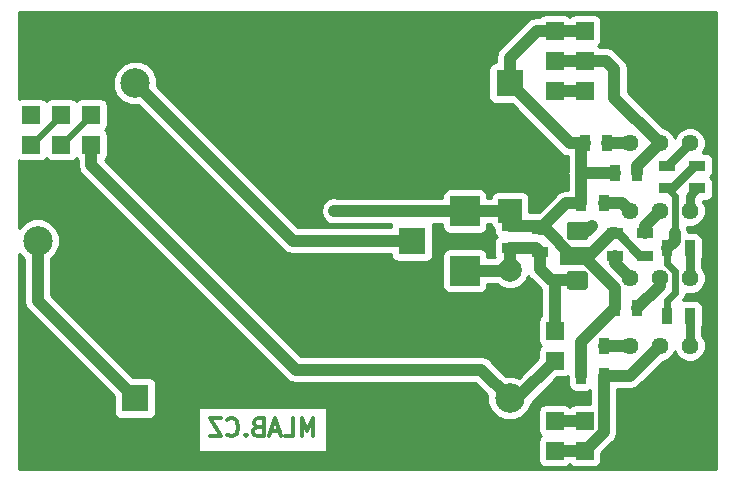
<source format=gbr>
G04 #@! TF.GenerationSoftware,KiCad,Pcbnew,6.0.0-rc1-unknown-f68581d~66~ubuntu16.04.1*
G04 #@! TF.CreationDate,2018-09-30T16:57:06+02:00*
G04 #@! TF.ProjectId,SIPMPOWER01A,5349504D504F5745523031412E6B6963,rev?*
G04 #@! TF.SameCoordinates,Original*
G04 #@! TF.FileFunction,Copper,L2,Bot,Signal*
G04 #@! TF.FilePolarity,Positive*
%FSLAX46Y46*%
G04 Gerber Fmt 4.6, Leading zero omitted, Abs format (unit mm)*
G04 Created by KiCad (PCBNEW 6.0.0-rc1-unknown-f68581d~66~ubuntu16.04.1) date Sun Sep 30 16:57:06 2018*
%MOMM*%
%LPD*%
G01*
G04 APERTURE LIST*
G04 #@! TA.AperFunction,NonConductor*
%ADD10C,0.300000*%
G04 #@! TD*
G04 #@! TA.AperFunction,ComponentPad*
%ADD11R,2.300000X2.300000*%
G04 #@! TD*
G04 #@! TA.AperFunction,ComponentPad*
%ADD12C,2.500000*%
G04 #@! TD*
G04 #@! TA.AperFunction,SMDPad,CuDef*
%ADD13R,1.400000X0.889000*%
G04 #@! TD*
G04 #@! TA.AperFunction,SMDPad,CuDef*
%ADD14R,1.400000X0.899000*%
G04 #@! TD*
G04 #@! TA.AperFunction,ComponentPad*
%ADD15R,2.000000X2.000000*%
G04 #@! TD*
G04 #@! TA.AperFunction,ComponentPad*
%ADD16C,2.000000*%
G04 #@! TD*
G04 #@! TA.AperFunction,SMDPad,CuDef*
%ADD17R,0.899000X1.400000*%
G04 #@! TD*
G04 #@! TA.AperFunction,SMDPad,CuDef*
%ADD18R,0.889000X1.400000*%
G04 #@! TD*
G04 #@! TA.AperFunction,ComponentPad*
%ADD19C,6.000000*%
G04 #@! TD*
G04 #@! TA.AperFunction,ComponentPad*
%ADD20C,1.440000*%
G04 #@! TD*
G04 #@! TA.AperFunction,SMDPad,CuDef*
%ADD21R,2.499360X2.550160*%
G04 #@! TD*
G04 #@! TA.AperFunction,ComponentPad*
%ADD22R,1.524000X1.524000*%
G04 #@! TD*
G04 #@! TA.AperFunction,SMDPad,CuDef*
%ADD23C,1.500000*%
G04 #@! TD*
G04 #@! TA.AperFunction,Conductor*
%ADD24C,0.100000*%
G04 #@! TD*
G04 #@! TA.AperFunction,SMDPad,CuDef*
%ADD25C,1.575000*%
G04 #@! TD*
G04 #@! TA.AperFunction,ViaPad*
%ADD26C,0.800000*%
G04 #@! TD*
G04 #@! TA.AperFunction,Conductor*
%ADD27C,1.000000*%
G04 #@! TD*
G04 #@! TA.AperFunction,Conductor*
%ADD28C,0.800000*%
G04 #@! TD*
G04 #@! TA.AperFunction,Conductor*
%ADD29C,0.600000*%
G04 #@! TD*
G04 #@! TA.AperFunction,Conductor*
%ADD30C,0.254000*%
G04 #@! TD*
G04 APERTURE END LIST*
D10*
X25911428Y3766428D02*
X25911428Y5266428D01*
X25411428Y4195000D01*
X24911428Y5266428D01*
X24911428Y3766428D01*
X23482857Y3766428D02*
X24197142Y3766428D01*
X24197142Y5266428D01*
X23054285Y4195000D02*
X22340000Y4195000D01*
X23197142Y3766428D02*
X22697142Y5266428D01*
X22197142Y3766428D01*
X21197142Y4552142D02*
X20982857Y4480714D01*
X20911428Y4409285D01*
X20840000Y4266428D01*
X20840000Y4052142D01*
X20911428Y3909285D01*
X20982857Y3837857D01*
X21125714Y3766428D01*
X21697142Y3766428D01*
X21697142Y5266428D01*
X21197142Y5266428D01*
X21054285Y5195000D01*
X20982857Y5123571D01*
X20911428Y4980714D01*
X20911428Y4837857D01*
X20982857Y4695000D01*
X21054285Y4623571D01*
X21197142Y4552142D01*
X21697142Y4552142D01*
X20197142Y3909285D02*
X20125714Y3837857D01*
X20197142Y3766428D01*
X20268571Y3837857D01*
X20197142Y3909285D01*
X20197142Y3766428D01*
X18625714Y3909285D02*
X18697142Y3837857D01*
X18911428Y3766428D01*
X19054285Y3766428D01*
X19268571Y3837857D01*
X19411428Y3980714D01*
X19482857Y4123571D01*
X19554285Y4409285D01*
X19554285Y4623571D01*
X19482857Y4909285D01*
X19411428Y5052142D01*
X19268571Y5195000D01*
X19054285Y5266428D01*
X18911428Y5266428D01*
X18697142Y5195000D01*
X18625714Y5123571D01*
X18125714Y5266428D02*
X17125714Y5266428D01*
X18125714Y3766428D01*
X17125714Y3766428D01*
D11*
G04 #@! TO.P,BT2,1*
G04 #@! TO.N,Net-(BT2-Pad1)*
X34265000Y20320000D03*
D12*
G04 #@! TO.P,BT2,2*
G04 #@! TO.N,Net-(BT1-Pad1)*
X2565000Y20320000D03*
G04 #@! TD*
G04 #@! TO.P,BT3,2*
G04 #@! TO.N,Net-(BT2-Pad1)*
X10820000Y33655000D03*
D11*
G04 #@! TO.P,BT3,1*
G04 #@! TO.N,/+*
X42520000Y33655000D03*
G04 #@! TD*
D13*
G04 #@! TO.P,C7,2*
G04 #@! TO.N,/+*
X53975000Y19050000D03*
D14*
G04 #@! TO.P,C7,1*
G04 #@! TO.N,/U2*
X53975000Y20955000D03*
G04 #@! TD*
D15*
G04 #@! TO.P,C2,1*
G04 #@! TO.N,/+*
X42545000Y22860000D03*
D16*
G04 #@! TO.P,C2,2*
G04 #@! TO.N,Net-(C1-Pad1)*
X42545000Y17860000D03*
G04 #@! TD*
D13*
G04 #@! TO.P,C5,2*
G04 #@! TO.N,/+*
X42545000Y21590000D03*
D14*
G04 #@! TO.P,C5,1*
G04 #@! TO.N,Net-(C1-Pad1)*
X42545000Y19685000D03*
G04 #@! TD*
D13*
G04 #@! TO.P,C4,2*
G04 #@! TO.N,/+*
X45085000Y21272500D03*
D14*
G04 #@! TO.P,C4,1*
G04 #@! TO.N,Net-(C1-Pad1)*
X45085000Y19367500D03*
G04 #@! TD*
D17*
G04 #@! TO.P,R2,1*
G04 #@! TO.N,Net-(R2-Pad1)*
X50800000Y28575000D03*
D18*
G04 #@! TO.P,R2,2*
G04 #@! TO.N,/+*
X48895000Y28575000D03*
G04 #@! TD*
D17*
G04 #@! TO.P,C6,1*
G04 #@! TO.N,/U1*
X53340000Y26035000D03*
D18*
G04 #@! TO.P,C6,2*
G04 #@! TO.N,/+*
X51435000Y26035000D03*
G04 #@! TD*
D12*
G04 #@! TO.P,BT1,2*
G04 #@! TO.N,/-*
X42520000Y6985000D03*
D11*
G04 #@! TO.P,BT1,1*
G04 #@! TO.N,Net-(BT1-Pad1)*
X10820000Y6985000D03*
G04 #@! TD*
D17*
G04 #@! TO.P,C8,1*
G04 #@! TO.N,/U3*
X53340000Y14605000D03*
D18*
G04 #@! TO.P,C8,2*
G04 #@! TO.N,/+*
X51435000Y14605000D03*
G04 #@! TD*
D17*
G04 #@! TO.P,C9,1*
G04 #@! TO.N,/U4*
X50482500Y8890000D03*
D18*
G04 #@! TO.P,C9,2*
G04 #@! TO.N,/+*
X48577500Y8890000D03*
G04 #@! TD*
D19*
G04 #@! TO.P,M1,1*
G04 #@! TO.N,GND*
X55880000Y35560000D03*
G04 #@! TD*
G04 #@! TO.P,M2,1*
G04 #@! TO.N,GND*
X5080000Y5080000D03*
G04 #@! TD*
G04 #@! TO.P,M3,1*
G04 #@! TO.N,GND*
X5080000Y35560000D03*
G04 #@! TD*
G04 #@! TO.P,M4,1*
G04 #@! TO.N,GND*
X55880000Y5080000D03*
G04 #@! TD*
D13*
G04 #@! TO.P,R1,2*
G04 #@! TO.N,Net-(R1-Pad2)*
X55880000Y26670000D03*
D14*
G04 #@! TO.P,R1,1*
G04 #@! TO.N,Net-(C1-Pad3)*
X55880000Y24765000D03*
G04 #@! TD*
D13*
G04 #@! TO.P,R3,2*
G04 #@! TO.N,Net-(R3-Pad2)*
X58420000Y24765000D03*
D14*
G04 #@! TO.P,R3,1*
G04 #@! TO.N,Net-(C1-Pad3)*
X58420000Y26670000D03*
G04 #@! TD*
D17*
G04 #@! TO.P,R4,1*
G04 #@! TO.N,Net-(R4-Pad1)*
X50482500Y23495000D03*
D18*
G04 #@! TO.P,R4,2*
G04 #@! TO.N,/+*
X48577500Y23495000D03*
G04 #@! TD*
G04 #@! TO.P,R5,2*
G04 #@! TO.N,Net-(R5-Pad2)*
X57785000Y19685000D03*
D17*
G04 #@! TO.P,R5,1*
G04 #@! TO.N,Net-(C1-Pad3)*
X55880000Y19685000D03*
G04 #@! TD*
D14*
G04 #@! TO.P,R6,1*
G04 #@! TO.N,Net-(R6-Pad1)*
X51435000Y19050000D03*
D13*
G04 #@! TO.P,R6,2*
G04 #@! TO.N,/+*
X51435000Y20955000D03*
G04 #@! TD*
D18*
G04 #@! TO.P,R7,2*
G04 #@! TO.N,Net-(R7-Pad2)*
X57785000Y13970000D03*
D17*
G04 #@! TO.P,R7,1*
G04 #@! TO.N,Net-(C1-Pad3)*
X55880000Y13970000D03*
G04 #@! TD*
G04 #@! TO.P,R8,1*
G04 #@! TO.N,Net-(R8-Pad1)*
X50482500Y11430000D03*
D18*
G04 #@! TO.P,R8,2*
G04 #@! TO.N,/+*
X48577500Y11430000D03*
G04 #@! TD*
D20*
G04 #@! TO.P,RV1,3*
G04 #@! TO.N,Net-(R2-Pad1)*
X52705000Y28575000D03*
G04 #@! TO.P,RV1,2*
G04 #@! TO.N,/U1*
X55245000Y28575000D03*
G04 #@! TO.P,RV1,1*
G04 #@! TO.N,Net-(R1-Pad2)*
X57785000Y28575000D03*
G04 #@! TD*
G04 #@! TO.P,RV2,3*
G04 #@! TO.N,Net-(R4-Pad1)*
X52705000Y22860000D03*
G04 #@! TO.P,RV2,2*
G04 #@! TO.N,/U2*
X55245000Y22860000D03*
G04 #@! TO.P,RV2,1*
G04 #@! TO.N,Net-(R3-Pad2)*
X57785000Y22860000D03*
G04 #@! TD*
G04 #@! TO.P,RV3,1*
G04 #@! TO.N,Net-(R5-Pad2)*
X57785000Y17145000D03*
G04 #@! TO.P,RV3,2*
G04 #@! TO.N,/U3*
X55245000Y17145000D03*
G04 #@! TO.P,RV3,3*
G04 #@! TO.N,Net-(R6-Pad1)*
X52705000Y17145000D03*
G04 #@! TD*
G04 #@! TO.P,RV4,1*
G04 #@! TO.N,Net-(R7-Pad2)*
X57785000Y11430000D03*
G04 #@! TO.P,RV4,2*
G04 #@! TO.N,/U4*
X55245000Y11430000D03*
G04 #@! TO.P,RV4,3*
G04 #@! TO.N,Net-(R8-Pad1)*
X52705000Y11430000D03*
G04 #@! TD*
D21*
G04 #@! TO.P,C3,2*
G04 #@! TO.N,Net-(C1-Pad1)*
X38735000Y17780000D03*
G04 #@! TO.P,C3,1*
G04 #@! TO.N,/+*
X38735000Y22829520D03*
G04 #@! TD*
D22*
G04 #@! TO.P,J1,1*
G04 #@! TO.N,/U4*
X46355000Y2540000D03*
G04 #@! TO.P,J1,2*
X48895000Y2540000D03*
G04 #@! TD*
G04 #@! TO.P,J2,2*
G04 #@! TO.N,/U3*
X48895000Y5080000D03*
G04 #@! TO.P,J2,1*
X46355000Y5080000D03*
G04 #@! TD*
G04 #@! TO.P,J3,1*
G04 #@! TO.N,/U2*
X46355000Y33020000D03*
G04 #@! TO.P,J3,2*
X48895000Y33020000D03*
G04 #@! TD*
G04 #@! TO.P,J4,2*
G04 #@! TO.N,/U1*
X48895000Y35560000D03*
G04 #@! TO.P,J4,1*
X46355000Y35560000D03*
G04 #@! TD*
G04 #@! TO.P,J5,1*
G04 #@! TO.N,/+*
X46355000Y38100000D03*
G04 #@! TO.P,J5,2*
X48895000Y38100000D03*
G04 #@! TD*
D23*
G04 #@! TO.P,C1,2*
G04 #@! TO.N,/+*
X48260000Y19050000D03*
D24*
G04 #@! TD*
G04 #@! TO.N,/+*
G04 #@! TO.C,C1*
G36*
X49760000Y18300000D02*
X46760000Y18300000D01*
X46760000Y19800000D01*
X49760000Y19800000D01*
X49760000Y18300000D01*
X49760000Y18300000D01*
G37*
G04 #@! TO.N,Net-(C1-Pad3)*
G04 #@! TO.C,C1*
G36*
X48934121Y21923794D02*
X48958430Y21920188D01*
X48982270Y21914217D01*
X49005408Y21905938D01*
X49027625Y21895430D01*
X49048704Y21882796D01*
X49068443Y21868156D01*
X49086652Y21851652D01*
X49103156Y21833443D01*
X49117796Y21813704D01*
X49130430Y21792625D01*
X49140938Y21770408D01*
X49149217Y21747270D01*
X49155188Y21723430D01*
X49158794Y21699121D01*
X49160000Y21674575D01*
X49160000Y20600425D01*
X49158794Y20575879D01*
X49155188Y20551570D01*
X49149217Y20527730D01*
X49140938Y20504592D01*
X49130430Y20482375D01*
X49117796Y20461296D01*
X49103156Y20441557D01*
X49086652Y20423348D01*
X49068443Y20406844D01*
X49048704Y20392204D01*
X49027625Y20379570D01*
X49005408Y20369062D01*
X48982270Y20360783D01*
X48958430Y20354812D01*
X48934121Y20351206D01*
X48909575Y20350000D01*
X47610425Y20350000D01*
X47585879Y20351206D01*
X47561570Y20354812D01*
X47537730Y20360783D01*
X47514592Y20369062D01*
X47492375Y20379570D01*
X47471296Y20392204D01*
X47451557Y20406844D01*
X47433348Y20423348D01*
X47416844Y20441557D01*
X47402204Y20461296D01*
X47389570Y20482375D01*
X47379062Y20504592D01*
X47370783Y20527730D01*
X47364812Y20551570D01*
X47361206Y20575879D01*
X47360000Y20600425D01*
X47360000Y21674575D01*
X47361206Y21699121D01*
X47364812Y21723430D01*
X47370783Y21747270D01*
X47379062Y21770408D01*
X47389570Y21792625D01*
X47402204Y21813704D01*
X47416844Y21833443D01*
X47433348Y21851652D01*
X47451557Y21868156D01*
X47471296Y21882796D01*
X47492375Y21895430D01*
X47514592Y21905938D01*
X47537730Y21914217D01*
X47561570Y21920188D01*
X47585879Y21923794D01*
X47610425Y21925000D01*
X48909575Y21925000D01*
X48934121Y21923794D01*
X48934121Y21923794D01*
G37*
D25*
G04 #@! TD*
G04 #@! TO.P,C1,3*
G04 #@! TO.N,Net-(C1-Pad3)*
X48260000Y21137500D03*
D24*
G04 #@! TO.N,Net-(C1-Pad1)*
G04 #@! TO.C,C1*
G36*
X48934505Y17748796D02*
X48958773Y17745196D01*
X48982572Y17739235D01*
X49005671Y17730970D01*
X49027850Y17720480D01*
X49048893Y17707868D01*
X49068599Y17693253D01*
X49086777Y17676777D01*
X49103253Y17658599D01*
X49117868Y17638893D01*
X49130480Y17617850D01*
X49140970Y17595671D01*
X49149235Y17572572D01*
X49155196Y17548773D01*
X49158796Y17524505D01*
X49160000Y17500001D01*
X49160000Y16424999D01*
X49158796Y16400495D01*
X49155196Y16376227D01*
X49149235Y16352428D01*
X49140970Y16329329D01*
X49130480Y16307150D01*
X49117868Y16286107D01*
X49103253Y16266401D01*
X49086777Y16248223D01*
X49068599Y16231747D01*
X49048893Y16217132D01*
X49027850Y16204520D01*
X49005671Y16194030D01*
X48982572Y16185765D01*
X48958773Y16179804D01*
X48934505Y16176204D01*
X48910001Y16175000D01*
X47609999Y16175000D01*
X47585495Y16176204D01*
X47561227Y16179804D01*
X47537428Y16185765D01*
X47514329Y16194030D01*
X47492150Y16204520D01*
X47471107Y16217132D01*
X47451401Y16231747D01*
X47433223Y16248223D01*
X47416747Y16266401D01*
X47402132Y16286107D01*
X47389520Y16307150D01*
X47379030Y16329329D01*
X47370765Y16352428D01*
X47364804Y16376227D01*
X47361204Y16400495D01*
X47360000Y16424999D01*
X47360000Y17500001D01*
X47361204Y17524505D01*
X47364804Y17548773D01*
X47370765Y17572572D01*
X47379030Y17595671D01*
X47389520Y17617850D01*
X47402132Y17638893D01*
X47416747Y17658599D01*
X47433223Y17676777D01*
X47451401Y17693253D01*
X47471107Y17707868D01*
X47492150Y17720480D01*
X47514329Y17730970D01*
X47537428Y17739235D01*
X47561227Y17745196D01*
X47585495Y17748796D01*
X47609999Y17750000D01*
X48910001Y17750000D01*
X48934505Y17748796D01*
X48934505Y17748796D01*
G37*
D25*
G04 #@! TD*
G04 #@! TO.P,C1,1*
G04 #@! TO.N,Net-(C1-Pad1)*
X48260000Y16962500D03*
D22*
G04 #@! TO.P,J6,2*
G04 #@! TO.N,/-*
X46355000Y10160000D03*
G04 #@! TO.P,J6,1*
G04 #@! TO.N,Net-(C1-Pad1)*
X46355000Y12700000D03*
G04 #@! TD*
G04 #@! TO.P,J7,2*
G04 #@! TO.N,Net-(J7-Pad2)*
X2032000Y28448000D03*
G04 #@! TO.P,J7,1*
G04 #@! TO.N,/+*
X2032000Y30988000D03*
G04 #@! TD*
G04 #@! TO.P,J8,1*
G04 #@! TO.N,Net-(J7-Pad2)*
X4572000Y30988000D03*
G04 #@! TO.P,J8,2*
G04 #@! TO.N,Net-(J8-Pad2)*
X4572000Y28448000D03*
G04 #@! TD*
G04 #@! TO.P,J9,2*
G04 #@! TO.N,/-*
X7112000Y28448000D03*
G04 #@! TO.P,J9,1*
G04 #@! TO.N,Net-(J8-Pad2)*
X7112000Y30988000D03*
G04 #@! TD*
D26*
G04 #@! TO.N,Net-(C1-Pad3)*
X56515000Y20955000D03*
X49530000Y21590000D03*
G04 #@! TO.N,/+*
X27686000Y22860000D03*
G04 #@! TD*
D27*
G04 #@! TO.N,/-*
X42520000Y6985000D02*
X43180000Y6985000D01*
X43180000Y6985000D02*
X46355000Y10160000D01*
G04 #@! TO.N,Net-(BT1-Pad1)*
X2565000Y20320000D02*
X2565000Y15240000D01*
X2565000Y15240000D02*
X10820000Y6985000D01*
G04 #@! TO.N,Net-(BT2-Pad1)*
X10820000Y33655000D02*
X24155000Y20320000D01*
X24155000Y20320000D02*
X34265000Y20320000D01*
G04 #@! TO.N,/+*
X46355000Y38100000D02*
X48895000Y38100000D01*
X44815000Y38100000D02*
X46355000Y38100000D01*
X42520000Y33655000D02*
X42520000Y35805000D01*
X42520000Y35805000D02*
X44815000Y38100000D01*
X42520000Y33655000D02*
X47600000Y28575000D01*
X47600000Y28575000D02*
X48895000Y28575000D01*
X51435000Y14605000D02*
X51435000Y16318520D01*
X51435000Y16318520D02*
X48703520Y19050000D01*
X48703520Y19050000D02*
X48260000Y19050000D01*
X48577500Y11430000D02*
X48577500Y11747500D01*
X48577500Y11747500D02*
X51435000Y14605000D01*
X48577500Y8890000D02*
X48577500Y11430000D01*
D28*
X53975000Y19050000D02*
X53595500Y19050000D01*
X53595500Y19050000D02*
X51690500Y20955000D01*
X51690500Y20955000D02*
X51435000Y20955000D01*
D27*
X48260000Y19050000D02*
X49274500Y19050000D01*
X49274500Y19050000D02*
X51179500Y20955000D01*
X51179500Y20955000D02*
X51435000Y20955000D01*
X45720000Y21907500D02*
X45085000Y21272500D01*
X47307500Y23495000D02*
X45720000Y21907500D01*
X42545000Y21590000D02*
X45402500Y21590000D01*
X45402500Y21590000D02*
X45720000Y21907500D01*
X48577500Y23495000D02*
X47307500Y23495000D01*
X48577500Y26035000D02*
X48577500Y28257500D01*
X48577500Y23495000D02*
X48577500Y26035000D01*
X51435000Y26035000D02*
X49990500Y26035000D01*
X49990500Y26035000D02*
X48577500Y26035000D01*
X48577500Y28257500D02*
X48895000Y28575000D01*
X45085000Y21272500D02*
X45594230Y21272500D01*
X45594230Y21272500D02*
X47816730Y19050000D01*
X47816730Y19050000D02*
X48260000Y19050000D01*
X42545000Y21590000D02*
X44767500Y21590000D01*
X44767500Y21590000D02*
X45085000Y21272500D01*
X42545000Y22860000D02*
X42545000Y21590000D01*
X38735000Y22829520D02*
X42514520Y22829520D01*
X42514520Y22829520D02*
X42545000Y22860000D01*
G04 #@! TO.N,/U1*
X46355000Y35560000D02*
X48895000Y35560000D01*
X53340000Y26035000D02*
X53340000Y26670000D01*
X53340000Y26670000D02*
X55245000Y28575000D01*
X55245000Y28575000D02*
X51379999Y32440001D01*
X51379999Y32440001D02*
X51379999Y34837001D01*
X51379999Y34837001D02*
X50657000Y35560000D01*
X50657000Y35560000D02*
X48895000Y35560000D01*
G04 #@! TO.N,/U2*
X46355000Y33020000D02*
X48895000Y33020000D01*
X53975000Y20955000D02*
X53975000Y21590000D01*
X53975000Y21590000D02*
X55245000Y22860000D01*
G04 #@! TO.N,/U3*
X46355000Y5080000D02*
X48895000Y5080000D01*
X55245000Y17145000D02*
X55245000Y16510000D01*
X55245000Y16510000D02*
X53340000Y14605000D01*
G04 #@! TO.N,/U4*
X48895000Y2540000D02*
X50482500Y4127500D01*
X50482500Y4127500D02*
X50482500Y8890000D01*
X46355000Y2540000D02*
X48895000Y2540000D01*
X50482500Y8890000D02*
X52705000Y8890000D01*
X52705000Y8890000D02*
X55245000Y11430000D01*
D28*
G04 #@! TO.N,Net-(R1-Pad2)*
X55880000Y26670000D02*
X57785000Y28575000D01*
D27*
G04 #@! TO.N,Net-(R2-Pad1)*
X50800000Y28575000D02*
X52705000Y28575000D01*
D28*
G04 #@! TO.N,Net-(R3-Pad2)*
X57785000Y22860000D02*
X57785000Y24130000D01*
X57785000Y24130000D02*
X58420000Y24765000D01*
D27*
G04 #@! TO.N,Net-(R4-Pad1)*
X50482500Y23495000D02*
X52070000Y23495000D01*
X52070000Y23495000D02*
X52705000Y22860000D01*
D28*
G04 #@! TO.N,Net-(R5-Pad2)*
X57785000Y19685000D02*
X57785000Y17145000D01*
D27*
G04 #@! TO.N,Net-(R6-Pad1)*
X51435000Y19050000D02*
X51435000Y18415000D01*
X51435000Y18415000D02*
X52705000Y17145000D01*
D28*
G04 #@! TO.N,Net-(R7-Pad2)*
X57785000Y11430000D02*
X57785000Y13970000D01*
D27*
G04 #@! TO.N,Net-(R8-Pad1)*
X50482500Y11430000D02*
X52705000Y11430000D01*
D29*
G04 #@! TO.N,Net-(C1-Pad3)*
X56515000Y17750000D02*
X56515000Y15905000D01*
X56515000Y15905000D02*
X55880000Y15270000D01*
X55880000Y15270000D02*
X55880000Y13970000D01*
X55880000Y19685000D02*
X55880000Y18385000D01*
X55880000Y18385000D02*
X56515000Y17750000D01*
X56515000Y20955000D02*
X56515000Y24130000D01*
X56515000Y24130000D02*
X55880000Y24765000D01*
D27*
X56515000Y20955000D02*
X56515000Y20320000D01*
X56515000Y20320000D02*
X55880000Y19685000D01*
X49077500Y21137500D02*
X49530000Y21590000D01*
X48260000Y21137500D02*
X49077500Y21137500D01*
D28*
X55880000Y24765000D02*
X56264500Y24765000D01*
X56264500Y24765000D02*
X58169500Y26670000D01*
X58169500Y26670000D02*
X58420000Y26670000D01*
D29*
G04 #@! TO.N,Net-(C1-Pad1)*
X46355000Y12700000D02*
X46355000Y16648000D01*
X46355000Y16648000D02*
X46040500Y16962500D01*
D27*
X46355000Y12700000D02*
X46355000Y16962500D01*
X46355000Y16962500D02*
X48260000Y16962500D01*
X46355000Y16962500D02*
X46040500Y16962500D01*
X46040500Y16962500D02*
X45085000Y17918000D01*
X45085000Y17918000D02*
X45085000Y19367500D01*
X42545000Y19685000D02*
X44767500Y19685000D01*
X44767500Y19685000D02*
X45085000Y19367500D01*
X42545000Y17860000D02*
X42545000Y19685000D01*
X38735000Y17780000D02*
X42465000Y17780000D01*
X42465000Y17780000D02*
X42545000Y17860000D01*
G04 #@! TO.N,/-*
X7112000Y26686000D02*
X24400000Y9398000D01*
X7112000Y28448000D02*
X7112000Y26686000D01*
X40107000Y9398000D02*
X42520000Y6985000D01*
X24400000Y9398000D02*
X40107000Y9398000D01*
G04 #@! TO.N,/+*
X27716480Y22829520D02*
X27686000Y22860000D01*
X38735000Y22829520D02*
X27716480Y22829520D01*
D29*
G04 #@! TO.N,Net-(J7-Pad2)*
X2032000Y28448000D02*
X4572000Y30988000D01*
G04 #@! TO.N,Net-(J8-Pad2)*
X4572000Y28448000D02*
X7112000Y30988000D01*
G04 #@! TD*
D30*
G04 #@! TO.N,GND*
G36*
X59971000Y989000D02*
X989000Y989000D01*
X989000Y19230207D01*
X1430000Y18789207D01*
X1430001Y15351788D01*
X1407765Y15240000D01*
X1495854Y14797146D01*
X1495855Y14797145D01*
X1746712Y14421711D01*
X1841480Y14358389D01*
X9022560Y7177308D01*
X9022560Y5835000D01*
X9071843Y5587235D01*
X9212191Y5377191D01*
X9422235Y5236843D01*
X9670000Y5187560D01*
X11970000Y5187560D01*
X12217765Y5236843D01*
X12427809Y5377191D01*
X12568157Y5587235D01*
X12617440Y5835000D01*
X12617440Y6235000D01*
X16126429Y6235000D01*
X16126429Y2415000D01*
X27053572Y2415000D01*
X27053572Y6235000D01*
X16126429Y6235000D01*
X12617440Y6235000D01*
X12617440Y8135000D01*
X12568157Y8382765D01*
X12427809Y8592809D01*
X12217765Y8733157D01*
X11970000Y8782440D01*
X10627692Y8782440D01*
X3700000Y15710131D01*
X3700000Y18789207D01*
X4163026Y19252233D01*
X4450000Y19945050D01*
X4450000Y20694950D01*
X4163026Y21387767D01*
X3632767Y21918026D01*
X2939950Y22205000D01*
X2190050Y22205000D01*
X1497233Y21918026D01*
X989000Y21409793D01*
X989000Y27110050D01*
X1022235Y27087843D01*
X1270000Y27038560D01*
X2794000Y27038560D01*
X3041765Y27087843D01*
X3251809Y27228191D01*
X3302000Y27303307D01*
X3352191Y27228191D01*
X3562235Y27087843D01*
X3810000Y27038560D01*
X5334000Y27038560D01*
X5581765Y27087843D01*
X5791809Y27228191D01*
X5842000Y27303307D01*
X5892191Y27228191D01*
X5977000Y27171523D01*
X5977000Y26797783D01*
X5954765Y26686000D01*
X6042854Y26243146D01*
X6042855Y26243145D01*
X6293712Y25867711D01*
X6388480Y25804389D01*
X23518389Y8674479D01*
X23581711Y8579711D01*
X23957145Y8328854D01*
X24399999Y8240765D01*
X24511782Y8263000D01*
X39636869Y8263000D01*
X40635000Y7264868D01*
X40635000Y6610050D01*
X40921974Y5917233D01*
X41452233Y5386974D01*
X42145050Y5100000D01*
X42894950Y5100000D01*
X43587767Y5386974D01*
X44118026Y5917233D01*
X44401336Y6601205D01*
X46550692Y8750560D01*
X47117000Y8750560D01*
X47364765Y8799843D01*
X47442500Y8851784D01*
X47442500Y8778218D01*
X47485560Y8561740D01*
X47485560Y8190000D01*
X47534843Y7942235D01*
X47675191Y7732191D01*
X47885235Y7591843D01*
X48133000Y7542560D01*
X49022000Y7542560D01*
X49269765Y7591843D01*
X49347501Y7643785D01*
X49347500Y6489440D01*
X48133000Y6489440D01*
X47885235Y6440157D01*
X47675191Y6299809D01*
X47625000Y6224693D01*
X47574809Y6299809D01*
X47364765Y6440157D01*
X47117000Y6489440D01*
X45593000Y6489440D01*
X45345235Y6440157D01*
X45135191Y6299809D01*
X44994843Y6089765D01*
X44945560Y5842000D01*
X44945560Y4318000D01*
X44994843Y4070235D01*
X45135191Y3860191D01*
X45210307Y3810000D01*
X45135191Y3759809D01*
X44994843Y3549765D01*
X44945560Y3302000D01*
X44945560Y1778000D01*
X44994843Y1530235D01*
X45135191Y1320191D01*
X45345235Y1179843D01*
X45593000Y1130560D01*
X47117000Y1130560D01*
X47364765Y1179843D01*
X47574809Y1320191D01*
X47625000Y1395307D01*
X47675191Y1320191D01*
X47885235Y1179843D01*
X48133000Y1130560D01*
X49657000Y1130560D01*
X49904765Y1179843D01*
X50114809Y1320191D01*
X50255157Y1530235D01*
X50304440Y1778000D01*
X50304440Y2344309D01*
X51206021Y3245889D01*
X51300789Y3309211D01*
X51551646Y3684645D01*
X51617500Y4015717D01*
X51617500Y4015718D01*
X51639735Y4127499D01*
X51617500Y4239282D01*
X51617500Y7755000D01*
X52593217Y7755000D01*
X52705000Y7732765D01*
X52816783Y7755000D01*
X53147855Y7820854D01*
X53523289Y8071711D01*
X53586613Y8166482D01*
X55495132Y10075000D01*
X55514526Y10075000D01*
X56012546Y10281286D01*
X56393714Y10662454D01*
X56515000Y10955265D01*
X56636286Y10662454D01*
X57017454Y10281286D01*
X57515474Y10075000D01*
X58054526Y10075000D01*
X58552546Y10281286D01*
X58933714Y10662454D01*
X59140000Y11160474D01*
X59140000Y11699526D01*
X58933714Y12197546D01*
X58820000Y12311260D01*
X58820000Y13010776D01*
X58827657Y13022235D01*
X58876940Y13270000D01*
X58876940Y14670000D01*
X58827657Y14917765D01*
X58687309Y15127809D01*
X58477265Y15268157D01*
X58229500Y15317440D01*
X57340500Y15317440D01*
X57232575Y15295973D01*
X57395750Y15540181D01*
X57450000Y15812914D01*
X57450773Y15816800D01*
X57515474Y15790000D01*
X58054526Y15790000D01*
X58552546Y15996286D01*
X58933714Y16377454D01*
X59140000Y16875474D01*
X59140000Y17414526D01*
X58933714Y17912546D01*
X58820000Y18026260D01*
X58820000Y18725776D01*
X58827657Y18737235D01*
X58876940Y18985000D01*
X58876940Y20385000D01*
X58827657Y20632765D01*
X58687309Y20842809D01*
X58477265Y20983157D01*
X58229500Y21032440D01*
X57650000Y21032440D01*
X57650000Y21066783D01*
X57584146Y21397855D01*
X57511437Y21506672D01*
X57515474Y21505000D01*
X58054526Y21505000D01*
X58552546Y21711286D01*
X58933714Y22092454D01*
X59140000Y22590474D01*
X59140000Y23129526D01*
X58933714Y23627546D01*
X58888200Y23673060D01*
X59120000Y23673060D01*
X59367765Y23722343D01*
X59577809Y23862691D01*
X59718157Y24072735D01*
X59767440Y24320500D01*
X59767440Y25209500D01*
X59718157Y25457265D01*
X59577809Y25667309D01*
X59506435Y25715000D01*
X59577809Y25762691D01*
X59718157Y25972735D01*
X59767440Y26220500D01*
X59767440Y27119500D01*
X59718157Y27367265D01*
X59577809Y27577309D01*
X59367765Y27717657D01*
X59120000Y27766940D01*
X58893200Y27766940D01*
X58933714Y27807454D01*
X59140000Y28305474D01*
X59140000Y28844526D01*
X58933714Y29342546D01*
X58552546Y29723714D01*
X58054526Y29930000D01*
X57515474Y29930000D01*
X57017454Y29723714D01*
X56636286Y29342546D01*
X56515000Y29049735D01*
X56393714Y29342546D01*
X56012546Y29723714D01*
X55514526Y29930000D01*
X55495132Y29930000D01*
X52514999Y32910132D01*
X52514999Y34725218D01*
X52537234Y34837001D01*
X52449145Y35279856D01*
X52198288Y35655290D01*
X52103517Y35718614D01*
X51538613Y36283518D01*
X51475289Y36378289D01*
X51099855Y36629146D01*
X50768783Y36695000D01*
X50657000Y36717235D01*
X50545217Y36695000D01*
X50171477Y36695000D01*
X50114809Y36779809D01*
X50039693Y36830000D01*
X50114809Y36880191D01*
X50255157Y37090235D01*
X50304440Y37338000D01*
X50304440Y38862000D01*
X50255157Y39109765D01*
X50114809Y39319809D01*
X49904765Y39460157D01*
X49657000Y39509440D01*
X48133000Y39509440D01*
X47885235Y39460157D01*
X47675191Y39319809D01*
X47625000Y39244693D01*
X47574809Y39319809D01*
X47364765Y39460157D01*
X47117000Y39509440D01*
X45593000Y39509440D01*
X45345235Y39460157D01*
X45135191Y39319809D01*
X45078523Y39235000D01*
X44926782Y39235000D01*
X44814999Y39257235D01*
X44372145Y39169146D01*
X43996711Y38918289D01*
X43933389Y38823521D01*
X41796480Y36686611D01*
X41701712Y36623289D01*
X41580317Y36441608D01*
X41450854Y36247854D01*
X41362765Y35805000D01*
X41385001Y35693212D01*
X41385001Y35452440D01*
X41370000Y35452440D01*
X41122235Y35403157D01*
X40912191Y35262809D01*
X40771843Y35052765D01*
X40722560Y34805000D01*
X40722560Y32505000D01*
X40771843Y32257235D01*
X40912191Y32047191D01*
X41122235Y31906843D01*
X41370000Y31857560D01*
X42712309Y31857560D01*
X46718389Y27851479D01*
X46781711Y27756711D01*
X47157145Y27505854D01*
X47442501Y27449093D01*
X47442500Y26146784D01*
X47420265Y26035000D01*
X47442501Y25923212D01*
X47442500Y24630000D01*
X47419282Y24630000D01*
X47307499Y24652235D01*
X46864645Y24564146D01*
X46489211Y24313289D01*
X46425889Y24218521D01*
X44996477Y22789108D01*
X44932369Y22725000D01*
X44879283Y22725000D01*
X44767500Y22747235D01*
X44655717Y22725000D01*
X44192440Y22725000D01*
X44192440Y23860000D01*
X44143157Y24107765D01*
X44002809Y24317809D01*
X43792765Y24458157D01*
X43545000Y24507440D01*
X41545000Y24507440D01*
X41297235Y24458157D01*
X41087191Y24317809D01*
X40946843Y24107765D01*
X40918350Y23964520D01*
X40632120Y23964520D01*
X40632120Y24104600D01*
X40582837Y24352365D01*
X40442489Y24562409D01*
X40232445Y24702757D01*
X39984680Y24752040D01*
X37485320Y24752040D01*
X37237555Y24702757D01*
X37027511Y24562409D01*
X36887163Y24352365D01*
X36837880Y24104600D01*
X36837880Y23964520D01*
X27951017Y23964520D01*
X27686000Y24017235D01*
X27243146Y23929146D01*
X26867712Y23678288D01*
X26616854Y23302854D01*
X26528765Y22860000D01*
X26616854Y22417146D01*
X26804392Y22136477D01*
X26834867Y22106002D01*
X26898191Y22011231D01*
X27273625Y21760374D01*
X27604697Y21694520D01*
X27716479Y21672285D01*
X27828261Y21694520D01*
X32512219Y21694520D01*
X32467560Y21470000D01*
X32467560Y21455000D01*
X24625132Y21455000D01*
X12705000Y33375131D01*
X12705000Y34029950D01*
X12418026Y34722767D01*
X11887767Y35253026D01*
X11194950Y35540000D01*
X10445050Y35540000D01*
X9752233Y35253026D01*
X9221974Y34722767D01*
X8935000Y34029950D01*
X8935000Y33280050D01*
X9221974Y32587233D01*
X9752233Y32056974D01*
X10445050Y31770000D01*
X11099869Y31770000D01*
X23273389Y19596479D01*
X23336711Y19501711D01*
X23689852Y19265750D01*
X23712145Y19250854D01*
X24155000Y19162765D01*
X24266783Y19185000D01*
X32467560Y19185000D01*
X32467560Y19170000D01*
X32516843Y18922235D01*
X32657191Y18712191D01*
X32867235Y18571843D01*
X33115000Y18522560D01*
X35415000Y18522560D01*
X35662765Y18571843D01*
X35872809Y18712191D01*
X36013157Y18922235D01*
X36062440Y19170000D01*
X36062440Y21470000D01*
X36017781Y21694520D01*
X36837880Y21694520D01*
X36837880Y21554440D01*
X36887163Y21306675D01*
X37027511Y21096631D01*
X37237555Y20956283D01*
X37485320Y20907000D01*
X39984680Y20907000D01*
X40232445Y20956283D01*
X40442489Y21096631D01*
X40582837Y21306675D01*
X40632120Y21554440D01*
X40632120Y21694520D01*
X40930476Y21694520D01*
X40946843Y21612235D01*
X41087191Y21402191D01*
X41197560Y21328444D01*
X41197560Y21145500D01*
X41246843Y20897735D01*
X41387191Y20687691D01*
X41458565Y20640000D01*
X41387191Y20592309D01*
X41246843Y20382265D01*
X41197560Y20134500D01*
X41197560Y19235500D01*
X41246843Y18987735D01*
X41292366Y18919605D01*
X41287761Y18915000D01*
X40632120Y18915000D01*
X40632120Y19055080D01*
X40582837Y19302845D01*
X40442489Y19512889D01*
X40232445Y19653237D01*
X39984680Y19702520D01*
X37485320Y19702520D01*
X37237555Y19653237D01*
X37027511Y19512889D01*
X36887163Y19302845D01*
X36837880Y19055080D01*
X36837880Y16504920D01*
X36887163Y16257155D01*
X37027511Y16047111D01*
X37237555Y15906763D01*
X37485320Y15857480D01*
X39984680Y15857480D01*
X40232445Y15906763D01*
X40442489Y16047111D01*
X40582837Y16257155D01*
X40632120Y16504920D01*
X40632120Y16645000D01*
X41447761Y16645000D01*
X41618847Y16473914D01*
X42219778Y16225000D01*
X42870222Y16225000D01*
X43471153Y16473914D01*
X43931086Y16933847D01*
X44101936Y17346315D01*
X44266711Y17099711D01*
X44361481Y17036387D01*
X45158889Y16238979D01*
X45220001Y16147519D01*
X45220000Y13976477D01*
X45135191Y13919809D01*
X44994843Y13709765D01*
X44945560Y13462000D01*
X44945560Y11938000D01*
X44994843Y11690235D01*
X45135191Y11480191D01*
X45210307Y11430000D01*
X45135191Y11379809D01*
X44994843Y11169765D01*
X44945560Y10922000D01*
X44945560Y10355692D01*
X43294408Y8704539D01*
X42894950Y8870000D01*
X42240132Y8870000D01*
X40988613Y10121518D01*
X40925289Y10216289D01*
X40549855Y10467146D01*
X40218783Y10533000D01*
X40107000Y10555235D01*
X39995217Y10533000D01*
X24870132Y10533000D01*
X8247000Y27156131D01*
X8247000Y27171523D01*
X8331809Y27228191D01*
X8472157Y27438235D01*
X8521440Y27686000D01*
X8521440Y29210000D01*
X8472157Y29457765D01*
X8331809Y29667809D01*
X8256693Y29718000D01*
X8331809Y29768191D01*
X8472157Y29978235D01*
X8521440Y30226000D01*
X8521440Y31750000D01*
X8472157Y31997765D01*
X8331809Y32207809D01*
X8121765Y32348157D01*
X7874000Y32397440D01*
X6350000Y32397440D01*
X6102235Y32348157D01*
X5892191Y32207809D01*
X5842000Y32132693D01*
X5791809Y32207809D01*
X5581765Y32348157D01*
X5334000Y32397440D01*
X3810000Y32397440D01*
X3562235Y32348157D01*
X3352191Y32207809D01*
X3302000Y32132693D01*
X3251809Y32207809D01*
X3041765Y32348157D01*
X2794000Y32397440D01*
X1270000Y32397440D01*
X1022235Y32348157D01*
X989000Y32325950D01*
X989000Y39651000D01*
X59971001Y39651000D01*
X59971000Y989000D01*
X59971000Y989000D01*
G37*
X59971000Y989000D02*
X989000Y989000D01*
X989000Y19230207D01*
X1430000Y18789207D01*
X1430001Y15351788D01*
X1407765Y15240000D01*
X1495854Y14797146D01*
X1495855Y14797145D01*
X1746712Y14421711D01*
X1841480Y14358389D01*
X9022560Y7177308D01*
X9022560Y5835000D01*
X9071843Y5587235D01*
X9212191Y5377191D01*
X9422235Y5236843D01*
X9670000Y5187560D01*
X11970000Y5187560D01*
X12217765Y5236843D01*
X12427809Y5377191D01*
X12568157Y5587235D01*
X12617440Y5835000D01*
X12617440Y6235000D01*
X16126429Y6235000D01*
X16126429Y2415000D01*
X27053572Y2415000D01*
X27053572Y6235000D01*
X16126429Y6235000D01*
X12617440Y6235000D01*
X12617440Y8135000D01*
X12568157Y8382765D01*
X12427809Y8592809D01*
X12217765Y8733157D01*
X11970000Y8782440D01*
X10627692Y8782440D01*
X3700000Y15710131D01*
X3700000Y18789207D01*
X4163026Y19252233D01*
X4450000Y19945050D01*
X4450000Y20694950D01*
X4163026Y21387767D01*
X3632767Y21918026D01*
X2939950Y22205000D01*
X2190050Y22205000D01*
X1497233Y21918026D01*
X989000Y21409793D01*
X989000Y27110050D01*
X1022235Y27087843D01*
X1270000Y27038560D01*
X2794000Y27038560D01*
X3041765Y27087843D01*
X3251809Y27228191D01*
X3302000Y27303307D01*
X3352191Y27228191D01*
X3562235Y27087843D01*
X3810000Y27038560D01*
X5334000Y27038560D01*
X5581765Y27087843D01*
X5791809Y27228191D01*
X5842000Y27303307D01*
X5892191Y27228191D01*
X5977000Y27171523D01*
X5977000Y26797783D01*
X5954765Y26686000D01*
X6042854Y26243146D01*
X6042855Y26243145D01*
X6293712Y25867711D01*
X6388480Y25804389D01*
X23518389Y8674479D01*
X23581711Y8579711D01*
X23957145Y8328854D01*
X24399999Y8240765D01*
X24511782Y8263000D01*
X39636869Y8263000D01*
X40635000Y7264868D01*
X40635000Y6610050D01*
X40921974Y5917233D01*
X41452233Y5386974D01*
X42145050Y5100000D01*
X42894950Y5100000D01*
X43587767Y5386974D01*
X44118026Y5917233D01*
X44401336Y6601205D01*
X46550692Y8750560D01*
X47117000Y8750560D01*
X47364765Y8799843D01*
X47442500Y8851784D01*
X47442500Y8778218D01*
X47485560Y8561740D01*
X47485560Y8190000D01*
X47534843Y7942235D01*
X47675191Y7732191D01*
X47885235Y7591843D01*
X48133000Y7542560D01*
X49022000Y7542560D01*
X49269765Y7591843D01*
X49347501Y7643785D01*
X49347500Y6489440D01*
X48133000Y6489440D01*
X47885235Y6440157D01*
X47675191Y6299809D01*
X47625000Y6224693D01*
X47574809Y6299809D01*
X47364765Y6440157D01*
X47117000Y6489440D01*
X45593000Y6489440D01*
X45345235Y6440157D01*
X45135191Y6299809D01*
X44994843Y6089765D01*
X44945560Y5842000D01*
X44945560Y4318000D01*
X44994843Y4070235D01*
X45135191Y3860191D01*
X45210307Y3810000D01*
X45135191Y3759809D01*
X44994843Y3549765D01*
X44945560Y3302000D01*
X44945560Y1778000D01*
X44994843Y1530235D01*
X45135191Y1320191D01*
X45345235Y1179843D01*
X45593000Y1130560D01*
X47117000Y1130560D01*
X47364765Y1179843D01*
X47574809Y1320191D01*
X47625000Y1395307D01*
X47675191Y1320191D01*
X47885235Y1179843D01*
X48133000Y1130560D01*
X49657000Y1130560D01*
X49904765Y1179843D01*
X50114809Y1320191D01*
X50255157Y1530235D01*
X50304440Y1778000D01*
X50304440Y2344309D01*
X51206021Y3245889D01*
X51300789Y3309211D01*
X51551646Y3684645D01*
X51617500Y4015717D01*
X51617500Y4015718D01*
X51639735Y4127499D01*
X51617500Y4239282D01*
X51617500Y7755000D01*
X52593217Y7755000D01*
X52705000Y7732765D01*
X52816783Y7755000D01*
X53147855Y7820854D01*
X53523289Y8071711D01*
X53586613Y8166482D01*
X55495132Y10075000D01*
X55514526Y10075000D01*
X56012546Y10281286D01*
X56393714Y10662454D01*
X56515000Y10955265D01*
X56636286Y10662454D01*
X57017454Y10281286D01*
X57515474Y10075000D01*
X58054526Y10075000D01*
X58552546Y10281286D01*
X58933714Y10662454D01*
X59140000Y11160474D01*
X59140000Y11699526D01*
X58933714Y12197546D01*
X58820000Y12311260D01*
X58820000Y13010776D01*
X58827657Y13022235D01*
X58876940Y13270000D01*
X58876940Y14670000D01*
X58827657Y14917765D01*
X58687309Y15127809D01*
X58477265Y15268157D01*
X58229500Y15317440D01*
X57340500Y15317440D01*
X57232575Y15295973D01*
X57395750Y15540181D01*
X57450000Y15812914D01*
X57450773Y15816800D01*
X57515474Y15790000D01*
X58054526Y15790000D01*
X58552546Y15996286D01*
X58933714Y16377454D01*
X59140000Y16875474D01*
X59140000Y17414526D01*
X58933714Y17912546D01*
X58820000Y18026260D01*
X58820000Y18725776D01*
X58827657Y18737235D01*
X58876940Y18985000D01*
X58876940Y20385000D01*
X58827657Y20632765D01*
X58687309Y20842809D01*
X58477265Y20983157D01*
X58229500Y21032440D01*
X57650000Y21032440D01*
X57650000Y21066783D01*
X57584146Y21397855D01*
X57511437Y21506672D01*
X57515474Y21505000D01*
X58054526Y21505000D01*
X58552546Y21711286D01*
X58933714Y22092454D01*
X59140000Y22590474D01*
X59140000Y23129526D01*
X58933714Y23627546D01*
X58888200Y23673060D01*
X59120000Y23673060D01*
X59367765Y23722343D01*
X59577809Y23862691D01*
X59718157Y24072735D01*
X59767440Y24320500D01*
X59767440Y25209500D01*
X59718157Y25457265D01*
X59577809Y25667309D01*
X59506435Y25715000D01*
X59577809Y25762691D01*
X59718157Y25972735D01*
X59767440Y26220500D01*
X59767440Y27119500D01*
X59718157Y27367265D01*
X59577809Y27577309D01*
X59367765Y27717657D01*
X59120000Y27766940D01*
X58893200Y27766940D01*
X58933714Y27807454D01*
X59140000Y28305474D01*
X59140000Y28844526D01*
X58933714Y29342546D01*
X58552546Y29723714D01*
X58054526Y29930000D01*
X57515474Y29930000D01*
X57017454Y29723714D01*
X56636286Y29342546D01*
X56515000Y29049735D01*
X56393714Y29342546D01*
X56012546Y29723714D01*
X55514526Y29930000D01*
X55495132Y29930000D01*
X52514999Y32910132D01*
X52514999Y34725218D01*
X52537234Y34837001D01*
X52449145Y35279856D01*
X52198288Y35655290D01*
X52103517Y35718614D01*
X51538613Y36283518D01*
X51475289Y36378289D01*
X51099855Y36629146D01*
X50768783Y36695000D01*
X50657000Y36717235D01*
X50545217Y36695000D01*
X50171477Y36695000D01*
X50114809Y36779809D01*
X50039693Y36830000D01*
X50114809Y36880191D01*
X50255157Y37090235D01*
X50304440Y37338000D01*
X50304440Y38862000D01*
X50255157Y39109765D01*
X50114809Y39319809D01*
X49904765Y39460157D01*
X49657000Y39509440D01*
X48133000Y39509440D01*
X47885235Y39460157D01*
X47675191Y39319809D01*
X47625000Y39244693D01*
X47574809Y39319809D01*
X47364765Y39460157D01*
X47117000Y39509440D01*
X45593000Y39509440D01*
X45345235Y39460157D01*
X45135191Y39319809D01*
X45078523Y39235000D01*
X44926782Y39235000D01*
X44814999Y39257235D01*
X44372145Y39169146D01*
X43996711Y38918289D01*
X43933389Y38823521D01*
X41796480Y36686611D01*
X41701712Y36623289D01*
X41580317Y36441608D01*
X41450854Y36247854D01*
X41362765Y35805000D01*
X41385001Y35693212D01*
X41385001Y35452440D01*
X41370000Y35452440D01*
X41122235Y35403157D01*
X40912191Y35262809D01*
X40771843Y35052765D01*
X40722560Y34805000D01*
X40722560Y32505000D01*
X40771843Y32257235D01*
X40912191Y32047191D01*
X41122235Y31906843D01*
X41370000Y31857560D01*
X42712309Y31857560D01*
X46718389Y27851479D01*
X46781711Y27756711D01*
X47157145Y27505854D01*
X47442501Y27449093D01*
X47442500Y26146784D01*
X47420265Y26035000D01*
X47442501Y25923212D01*
X47442500Y24630000D01*
X47419282Y24630000D01*
X47307499Y24652235D01*
X46864645Y24564146D01*
X46489211Y24313289D01*
X46425889Y24218521D01*
X44996477Y22789108D01*
X44932369Y22725000D01*
X44879283Y22725000D01*
X44767500Y22747235D01*
X44655717Y22725000D01*
X44192440Y22725000D01*
X44192440Y23860000D01*
X44143157Y24107765D01*
X44002809Y24317809D01*
X43792765Y24458157D01*
X43545000Y24507440D01*
X41545000Y24507440D01*
X41297235Y24458157D01*
X41087191Y24317809D01*
X40946843Y24107765D01*
X40918350Y23964520D01*
X40632120Y23964520D01*
X40632120Y24104600D01*
X40582837Y24352365D01*
X40442489Y24562409D01*
X40232445Y24702757D01*
X39984680Y24752040D01*
X37485320Y24752040D01*
X37237555Y24702757D01*
X37027511Y24562409D01*
X36887163Y24352365D01*
X36837880Y24104600D01*
X36837880Y23964520D01*
X27951017Y23964520D01*
X27686000Y24017235D01*
X27243146Y23929146D01*
X26867712Y23678288D01*
X26616854Y23302854D01*
X26528765Y22860000D01*
X26616854Y22417146D01*
X26804392Y22136477D01*
X26834867Y22106002D01*
X26898191Y22011231D01*
X27273625Y21760374D01*
X27604697Y21694520D01*
X27716479Y21672285D01*
X27828261Y21694520D01*
X32512219Y21694520D01*
X32467560Y21470000D01*
X32467560Y21455000D01*
X24625132Y21455000D01*
X12705000Y33375131D01*
X12705000Y34029950D01*
X12418026Y34722767D01*
X11887767Y35253026D01*
X11194950Y35540000D01*
X10445050Y35540000D01*
X9752233Y35253026D01*
X9221974Y34722767D01*
X8935000Y34029950D01*
X8935000Y33280050D01*
X9221974Y32587233D01*
X9752233Y32056974D01*
X10445050Y31770000D01*
X11099869Y31770000D01*
X23273389Y19596479D01*
X23336711Y19501711D01*
X23689852Y19265750D01*
X23712145Y19250854D01*
X24155000Y19162765D01*
X24266783Y19185000D01*
X32467560Y19185000D01*
X32467560Y19170000D01*
X32516843Y18922235D01*
X32657191Y18712191D01*
X32867235Y18571843D01*
X33115000Y18522560D01*
X35415000Y18522560D01*
X35662765Y18571843D01*
X35872809Y18712191D01*
X36013157Y18922235D01*
X36062440Y19170000D01*
X36062440Y21470000D01*
X36017781Y21694520D01*
X36837880Y21694520D01*
X36837880Y21554440D01*
X36887163Y21306675D01*
X37027511Y21096631D01*
X37237555Y20956283D01*
X37485320Y20907000D01*
X39984680Y20907000D01*
X40232445Y20956283D01*
X40442489Y21096631D01*
X40582837Y21306675D01*
X40632120Y21554440D01*
X40632120Y21694520D01*
X40930476Y21694520D01*
X40946843Y21612235D01*
X41087191Y21402191D01*
X41197560Y21328444D01*
X41197560Y21145500D01*
X41246843Y20897735D01*
X41387191Y20687691D01*
X41458565Y20640000D01*
X41387191Y20592309D01*
X41246843Y20382265D01*
X41197560Y20134500D01*
X41197560Y19235500D01*
X41246843Y18987735D01*
X41292366Y18919605D01*
X41287761Y18915000D01*
X40632120Y18915000D01*
X40632120Y19055080D01*
X40582837Y19302845D01*
X40442489Y19512889D01*
X40232445Y19653237D01*
X39984680Y19702520D01*
X37485320Y19702520D01*
X37237555Y19653237D01*
X37027511Y19512889D01*
X36887163Y19302845D01*
X36837880Y19055080D01*
X36837880Y16504920D01*
X36887163Y16257155D01*
X37027511Y16047111D01*
X37237555Y15906763D01*
X37485320Y15857480D01*
X39984680Y15857480D01*
X40232445Y15906763D01*
X40442489Y16047111D01*
X40582837Y16257155D01*
X40632120Y16504920D01*
X40632120Y16645000D01*
X41447761Y16645000D01*
X41618847Y16473914D01*
X42219778Y16225000D01*
X42870222Y16225000D01*
X43471153Y16473914D01*
X43931086Y16933847D01*
X44101936Y17346315D01*
X44266711Y17099711D01*
X44361481Y17036387D01*
X45158889Y16238979D01*
X45220001Y16147519D01*
X45220000Y13976477D01*
X45135191Y13919809D01*
X44994843Y13709765D01*
X44945560Y13462000D01*
X44945560Y11938000D01*
X44994843Y11690235D01*
X45135191Y11480191D01*
X45210307Y11430000D01*
X45135191Y11379809D01*
X44994843Y11169765D01*
X44945560Y10922000D01*
X44945560Y10355692D01*
X43294408Y8704539D01*
X42894950Y8870000D01*
X42240132Y8870000D01*
X40988613Y10121518D01*
X40925289Y10216289D01*
X40549855Y10467146D01*
X40218783Y10533000D01*
X40107000Y10555235D01*
X39995217Y10533000D01*
X24870132Y10533000D01*
X8247000Y27156131D01*
X8247000Y27171523D01*
X8331809Y27228191D01*
X8472157Y27438235D01*
X8521440Y27686000D01*
X8521440Y29210000D01*
X8472157Y29457765D01*
X8331809Y29667809D01*
X8256693Y29718000D01*
X8331809Y29768191D01*
X8472157Y29978235D01*
X8521440Y30226000D01*
X8521440Y31750000D01*
X8472157Y31997765D01*
X8331809Y32207809D01*
X8121765Y32348157D01*
X7874000Y32397440D01*
X6350000Y32397440D01*
X6102235Y32348157D01*
X5892191Y32207809D01*
X5842000Y32132693D01*
X5791809Y32207809D01*
X5581765Y32348157D01*
X5334000Y32397440D01*
X3810000Y32397440D01*
X3562235Y32348157D01*
X3352191Y32207809D01*
X3302000Y32132693D01*
X3251809Y32207809D01*
X3041765Y32348157D01*
X2794000Y32397440D01*
X1270000Y32397440D01*
X1022235Y32348157D01*
X989000Y32325950D01*
X989000Y39651000D01*
X59971001Y39651000D01*
X59971000Y989000D01*
G04 #@! TD*
M02*

</source>
